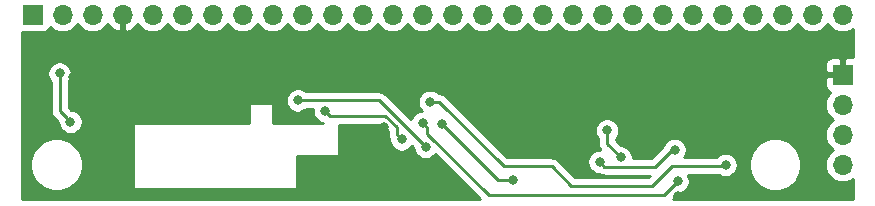
<source format=gbl>
G04 #@! TF.GenerationSoftware,KiCad,Pcbnew,5.1.2-f72e74a~84~ubuntu18.04.1*
G04 #@! TF.CreationDate,2019-07-20T11:54:10-04:00*
G04 #@! TF.ProjectId,stm32G0_basic,73746d33-3247-4305-9f62-617369632e6b,rev?*
G04 #@! TF.SameCoordinates,Original*
G04 #@! TF.FileFunction,Copper,L2,Bot*
G04 #@! TF.FilePolarity,Positive*
%FSLAX46Y46*%
G04 Gerber Fmt 4.6, Leading zero omitted, Abs format (unit mm)*
G04 Created by KiCad (PCBNEW 5.1.2-f72e74a~84~ubuntu18.04.1) date 2019-07-20 11:54:10*
%MOMM*%
%LPD*%
G04 APERTURE LIST*
%ADD10R,1.700000X1.700000*%
%ADD11O,1.700000X1.700000*%
%ADD12C,0.800000*%
%ADD13C,0.250000*%
%ADD14C,0.254000*%
G04 APERTURE END LIST*
D10*
X101600000Y-101600000D03*
D11*
X104140000Y-101600000D03*
X106680000Y-101600000D03*
X109220000Y-101600000D03*
X111760000Y-101600000D03*
X114300000Y-101600000D03*
X116840000Y-101600000D03*
X119380000Y-101600000D03*
X121920000Y-101600000D03*
X124460000Y-101600000D03*
X127000000Y-101600000D03*
X129540000Y-101600000D03*
X132080000Y-101600000D03*
X134620000Y-101600000D03*
X137160000Y-101600000D03*
X139700000Y-101600000D03*
X142240000Y-101600000D03*
X144780000Y-101600000D03*
X147320000Y-101600000D03*
X149860000Y-101600000D03*
X152400000Y-101600000D03*
X154940000Y-101600000D03*
X157480000Y-101600000D03*
X160020000Y-101600000D03*
X162560000Y-101600000D03*
X165100000Y-101600000D03*
X167640000Y-101600000D03*
X170180000Y-101600000D03*
D10*
X170180000Y-106680000D03*
D11*
X170180000Y-109220000D03*
X170180000Y-111760000D03*
X170180000Y-114300000D03*
D12*
X150241000Y-111379000D03*
X151384000Y-113665000D03*
X127889000Y-114808000D03*
X127762000Y-116586000D03*
X124587000Y-109982000D03*
X122682000Y-109855000D03*
X129540000Y-115697000D03*
X131318000Y-111125000D03*
X120650000Y-107950000D03*
X133985000Y-104140000D03*
X132715000Y-108585000D03*
X170307000Y-104140000D03*
X168021000Y-106680000D03*
X166878000Y-105537000D03*
X168783000Y-104648000D03*
X145923000Y-112268000D03*
X147701000Y-112395000D03*
X149225000Y-112395000D03*
X111760000Y-106680000D03*
X113030000Y-106680000D03*
X118999000Y-107442000D03*
X117602000Y-107569000D03*
X115783165Y-106768846D03*
X114300000Y-106680000D03*
X130429000Y-116332000D03*
X159512000Y-108204000D03*
X132588000Y-103886000D03*
X133350000Y-103124000D03*
X121539000Y-108712000D03*
X101574600Y-111353600D03*
X105054400Y-106857800D03*
X101549200Y-106959400D03*
X102692200Y-106959400D03*
X108712000Y-112268000D03*
X108712000Y-114300000D03*
X108712000Y-116332000D03*
X107188000Y-112268000D03*
X107188000Y-114300000D03*
X107188000Y-116332000D03*
X101092000Y-113284000D03*
X101092000Y-115824000D03*
X102616000Y-116840000D03*
X105156000Y-116840000D03*
X104140000Y-111760000D03*
X110998000Y-105156000D03*
X102870000Y-103632000D03*
X151638000Y-110236000D03*
X153670000Y-110236000D03*
X153670000Y-111506000D03*
X151638000Y-111506000D03*
X153670000Y-112776000D03*
X152400000Y-112776000D03*
X157480000Y-113030000D03*
X170180000Y-116840000D03*
X168402000Y-116840000D03*
X166878000Y-116840000D03*
X168402000Y-115316000D03*
X166878000Y-115316000D03*
X164592000Y-116840000D03*
X163068000Y-116840000D03*
X161544000Y-116840000D03*
X162052000Y-115316000D03*
X160782000Y-115570000D03*
X161290000Y-112776000D03*
X162560000Y-111506000D03*
X164084000Y-110490000D03*
X165862000Y-110490000D03*
X167132000Y-111760000D03*
X168402000Y-112776000D03*
X165608000Y-106680000D03*
X168148000Y-107950000D03*
X108204000Y-106934000D03*
X156210000Y-116967000D03*
X103891400Y-106558384D03*
X104813101Y-110655101D03*
X134620000Y-110744000D03*
X156210000Y-115697000D03*
X136271000Y-110871000D03*
X142240000Y-115570000D03*
X149606000Y-114046000D03*
X155956000Y-113030000D03*
X126365000Y-109728000D03*
X132842000Y-112141000D03*
X124079000Y-108839000D03*
X134874000Y-112776000D03*
X135255000Y-108966000D03*
X160274000Y-114300000D03*
D13*
X150241000Y-111379000D02*
X150241000Y-112522000D01*
X150241000Y-112522000D02*
X151384000Y-113665000D01*
X103891400Y-109733400D02*
X104413102Y-110255102D01*
X104413102Y-110255102D02*
X104813101Y-110655101D01*
X103891400Y-106558384D02*
X103891400Y-109733400D01*
X134620000Y-110744000D02*
X135019999Y-111143999D01*
X135019999Y-111651999D02*
X140208000Y-116840000D01*
X135019999Y-111143999D02*
X135019999Y-111651999D01*
X140208000Y-116840000D02*
X155067000Y-116840000D01*
X155067000Y-116840000D02*
X156210000Y-115697000D01*
X136271000Y-110871000D02*
X137668006Y-112268006D01*
X142240000Y-115570000D02*
X140970000Y-115570000D01*
X140970000Y-115570000D02*
X137668006Y-112268006D01*
X150005999Y-114445999D02*
X154286001Y-114445999D01*
X149606000Y-114046000D02*
X150005999Y-114445999D01*
X154286001Y-114445999D02*
X155702000Y-113030000D01*
X155702000Y-113030000D02*
X155956000Y-113030000D01*
X132461000Y-111760000D02*
X132842000Y-112141000D01*
X132461000Y-111125000D02*
X132461000Y-111760000D01*
X131463999Y-110127999D02*
X132461000Y-111125000D01*
X126365000Y-109728000D02*
X126764999Y-110127999D01*
X126764999Y-110127999D02*
X131463999Y-110127999D01*
X124079000Y-108839000D02*
X124644685Y-108839000D01*
X124644685Y-108839000D02*
X130937000Y-108839000D01*
X130937000Y-108839000D02*
X134874000Y-112776000D01*
X155702000Y-114427000D02*
X159131000Y-114427000D01*
X136017000Y-108966000D02*
X141478000Y-114427000D01*
X135255000Y-108966000D02*
X136017000Y-108966000D01*
X145542000Y-114427000D02*
X147193000Y-116078000D01*
X141478000Y-114427000D02*
X145542000Y-114427000D01*
X154051000Y-116078000D02*
X155702000Y-114427000D01*
X147193000Y-116078000D02*
X154051000Y-116078000D01*
X159131000Y-114427000D02*
X160147000Y-114427000D01*
X160147000Y-114427000D02*
X160274000Y-114300000D01*
D14*
G36*
X109347000Y-101473000D02*
G01*
X109367000Y-101473000D01*
X109367000Y-101727000D01*
X109347000Y-101727000D01*
X109347000Y-102920155D01*
X109576890Y-103041476D01*
X109724099Y-102996825D01*
X109986920Y-102871641D01*
X110220269Y-102697588D01*
X110415178Y-102481355D01*
X110484799Y-102364477D01*
X110519294Y-102429014D01*
X110704866Y-102655134D01*
X110930986Y-102840706D01*
X111188966Y-102978599D01*
X111468889Y-103063513D01*
X111687050Y-103085000D01*
X111832950Y-103085000D01*
X112051111Y-103063513D01*
X112331034Y-102978599D01*
X112589014Y-102840706D01*
X112815134Y-102655134D01*
X113000706Y-102429014D01*
X113030000Y-102374209D01*
X113059294Y-102429014D01*
X113244866Y-102655134D01*
X113470986Y-102840706D01*
X113728966Y-102978599D01*
X114008889Y-103063513D01*
X114227050Y-103085000D01*
X114372950Y-103085000D01*
X114591111Y-103063513D01*
X114871034Y-102978599D01*
X115129014Y-102840706D01*
X115355134Y-102655134D01*
X115540706Y-102429014D01*
X115570000Y-102374209D01*
X115599294Y-102429014D01*
X115784866Y-102655134D01*
X116010986Y-102840706D01*
X116268966Y-102978599D01*
X116548889Y-103063513D01*
X116767050Y-103085000D01*
X116912950Y-103085000D01*
X117131111Y-103063513D01*
X117411034Y-102978599D01*
X117669014Y-102840706D01*
X117895134Y-102655134D01*
X118080706Y-102429014D01*
X118110000Y-102374209D01*
X118139294Y-102429014D01*
X118324866Y-102655134D01*
X118550986Y-102840706D01*
X118808966Y-102978599D01*
X119088889Y-103063513D01*
X119307050Y-103085000D01*
X119452950Y-103085000D01*
X119671111Y-103063513D01*
X119951034Y-102978599D01*
X120209014Y-102840706D01*
X120435134Y-102655134D01*
X120620706Y-102429014D01*
X120650000Y-102374209D01*
X120679294Y-102429014D01*
X120864866Y-102655134D01*
X121090986Y-102840706D01*
X121348966Y-102978599D01*
X121628889Y-103063513D01*
X121847050Y-103085000D01*
X121992950Y-103085000D01*
X122211111Y-103063513D01*
X122491034Y-102978599D01*
X122749014Y-102840706D01*
X122975134Y-102655134D01*
X123160706Y-102429014D01*
X123190000Y-102374209D01*
X123219294Y-102429014D01*
X123404866Y-102655134D01*
X123630986Y-102840706D01*
X123888966Y-102978599D01*
X124168889Y-103063513D01*
X124387050Y-103085000D01*
X124532950Y-103085000D01*
X124751111Y-103063513D01*
X125031034Y-102978599D01*
X125289014Y-102840706D01*
X125515134Y-102655134D01*
X125700706Y-102429014D01*
X125730000Y-102374209D01*
X125759294Y-102429014D01*
X125944866Y-102655134D01*
X126170986Y-102840706D01*
X126428966Y-102978599D01*
X126708889Y-103063513D01*
X126927050Y-103085000D01*
X127072950Y-103085000D01*
X127291111Y-103063513D01*
X127571034Y-102978599D01*
X127829014Y-102840706D01*
X128055134Y-102655134D01*
X128240706Y-102429014D01*
X128270000Y-102374209D01*
X128299294Y-102429014D01*
X128484866Y-102655134D01*
X128710986Y-102840706D01*
X128968966Y-102978599D01*
X129248889Y-103063513D01*
X129467050Y-103085000D01*
X129612950Y-103085000D01*
X129831111Y-103063513D01*
X130111034Y-102978599D01*
X130369014Y-102840706D01*
X130595134Y-102655134D01*
X130780706Y-102429014D01*
X130810000Y-102374209D01*
X130839294Y-102429014D01*
X131024866Y-102655134D01*
X131250986Y-102840706D01*
X131508966Y-102978599D01*
X131788889Y-103063513D01*
X132007050Y-103085000D01*
X132152950Y-103085000D01*
X132371111Y-103063513D01*
X132651034Y-102978599D01*
X132909014Y-102840706D01*
X133135134Y-102655134D01*
X133320706Y-102429014D01*
X133350000Y-102374209D01*
X133379294Y-102429014D01*
X133564866Y-102655134D01*
X133790986Y-102840706D01*
X134048966Y-102978599D01*
X134328889Y-103063513D01*
X134547050Y-103085000D01*
X134692950Y-103085000D01*
X134911111Y-103063513D01*
X135191034Y-102978599D01*
X135449014Y-102840706D01*
X135675134Y-102655134D01*
X135860706Y-102429014D01*
X135890000Y-102374209D01*
X135919294Y-102429014D01*
X136104866Y-102655134D01*
X136330986Y-102840706D01*
X136588966Y-102978599D01*
X136868889Y-103063513D01*
X137087050Y-103085000D01*
X137232950Y-103085000D01*
X137451111Y-103063513D01*
X137731034Y-102978599D01*
X137989014Y-102840706D01*
X138215134Y-102655134D01*
X138400706Y-102429014D01*
X138430000Y-102374209D01*
X138459294Y-102429014D01*
X138644866Y-102655134D01*
X138870986Y-102840706D01*
X139128966Y-102978599D01*
X139408889Y-103063513D01*
X139627050Y-103085000D01*
X139772950Y-103085000D01*
X139991111Y-103063513D01*
X140271034Y-102978599D01*
X140529014Y-102840706D01*
X140755134Y-102655134D01*
X140940706Y-102429014D01*
X140970000Y-102374209D01*
X140999294Y-102429014D01*
X141184866Y-102655134D01*
X141410986Y-102840706D01*
X141668966Y-102978599D01*
X141948889Y-103063513D01*
X142167050Y-103085000D01*
X142312950Y-103085000D01*
X142531111Y-103063513D01*
X142811034Y-102978599D01*
X143069014Y-102840706D01*
X143295134Y-102655134D01*
X143480706Y-102429014D01*
X143510000Y-102374209D01*
X143539294Y-102429014D01*
X143724866Y-102655134D01*
X143950986Y-102840706D01*
X144208966Y-102978599D01*
X144488889Y-103063513D01*
X144707050Y-103085000D01*
X144852950Y-103085000D01*
X145071111Y-103063513D01*
X145351034Y-102978599D01*
X145609014Y-102840706D01*
X145835134Y-102655134D01*
X146020706Y-102429014D01*
X146050000Y-102374209D01*
X146079294Y-102429014D01*
X146264866Y-102655134D01*
X146490986Y-102840706D01*
X146748966Y-102978599D01*
X147028889Y-103063513D01*
X147247050Y-103085000D01*
X147392950Y-103085000D01*
X147611111Y-103063513D01*
X147891034Y-102978599D01*
X148149014Y-102840706D01*
X148375134Y-102655134D01*
X148560706Y-102429014D01*
X148590000Y-102374209D01*
X148619294Y-102429014D01*
X148804866Y-102655134D01*
X149030986Y-102840706D01*
X149288966Y-102978599D01*
X149568889Y-103063513D01*
X149787050Y-103085000D01*
X149932950Y-103085000D01*
X150151111Y-103063513D01*
X150431034Y-102978599D01*
X150689014Y-102840706D01*
X150915134Y-102655134D01*
X151100706Y-102429014D01*
X151130000Y-102374209D01*
X151159294Y-102429014D01*
X151344866Y-102655134D01*
X151570986Y-102840706D01*
X151828966Y-102978599D01*
X152108889Y-103063513D01*
X152327050Y-103085000D01*
X152472950Y-103085000D01*
X152691111Y-103063513D01*
X152971034Y-102978599D01*
X153229014Y-102840706D01*
X153455134Y-102655134D01*
X153640706Y-102429014D01*
X153670000Y-102374209D01*
X153699294Y-102429014D01*
X153884866Y-102655134D01*
X154110986Y-102840706D01*
X154368966Y-102978599D01*
X154648889Y-103063513D01*
X154867050Y-103085000D01*
X155012950Y-103085000D01*
X155231111Y-103063513D01*
X155511034Y-102978599D01*
X155769014Y-102840706D01*
X155995134Y-102655134D01*
X156180706Y-102429014D01*
X156210000Y-102374209D01*
X156239294Y-102429014D01*
X156424866Y-102655134D01*
X156650986Y-102840706D01*
X156908966Y-102978599D01*
X157188889Y-103063513D01*
X157407050Y-103085000D01*
X157552950Y-103085000D01*
X157771111Y-103063513D01*
X158051034Y-102978599D01*
X158309014Y-102840706D01*
X158535134Y-102655134D01*
X158720706Y-102429014D01*
X158750000Y-102374209D01*
X158779294Y-102429014D01*
X158964866Y-102655134D01*
X159190986Y-102840706D01*
X159448966Y-102978599D01*
X159728889Y-103063513D01*
X159947050Y-103085000D01*
X160092950Y-103085000D01*
X160311111Y-103063513D01*
X160591034Y-102978599D01*
X160849014Y-102840706D01*
X161075134Y-102655134D01*
X161260706Y-102429014D01*
X161290000Y-102374209D01*
X161319294Y-102429014D01*
X161504866Y-102655134D01*
X161730986Y-102840706D01*
X161988966Y-102978599D01*
X162268889Y-103063513D01*
X162487050Y-103085000D01*
X162632950Y-103085000D01*
X162851111Y-103063513D01*
X163131034Y-102978599D01*
X163389014Y-102840706D01*
X163615134Y-102655134D01*
X163800706Y-102429014D01*
X163830000Y-102374209D01*
X163859294Y-102429014D01*
X164044866Y-102655134D01*
X164270986Y-102840706D01*
X164528966Y-102978599D01*
X164808889Y-103063513D01*
X165027050Y-103085000D01*
X165172950Y-103085000D01*
X165391111Y-103063513D01*
X165671034Y-102978599D01*
X165929014Y-102840706D01*
X166155134Y-102655134D01*
X166340706Y-102429014D01*
X166370000Y-102374209D01*
X166399294Y-102429014D01*
X166584866Y-102655134D01*
X166810986Y-102840706D01*
X167068966Y-102978599D01*
X167348889Y-103063513D01*
X167567050Y-103085000D01*
X167712950Y-103085000D01*
X167931111Y-103063513D01*
X168211034Y-102978599D01*
X168469014Y-102840706D01*
X168695134Y-102655134D01*
X168880706Y-102429014D01*
X168910000Y-102374209D01*
X168939294Y-102429014D01*
X169124866Y-102655134D01*
X169350986Y-102840706D01*
X169608966Y-102978599D01*
X169888889Y-103063513D01*
X170107050Y-103085000D01*
X170252950Y-103085000D01*
X170471111Y-103063513D01*
X170751034Y-102978599D01*
X171009014Y-102840706D01*
X171044000Y-102811994D01*
X171044000Y-105193307D01*
X171030000Y-105191928D01*
X170465750Y-105195000D01*
X170307000Y-105353750D01*
X170307000Y-106553000D01*
X170327000Y-106553000D01*
X170327000Y-106807000D01*
X170307000Y-106807000D01*
X170307000Y-106827000D01*
X170053000Y-106827000D01*
X170053000Y-106807000D01*
X168853750Y-106807000D01*
X168695000Y-106965750D01*
X168691928Y-107530000D01*
X168704188Y-107654482D01*
X168740498Y-107774180D01*
X168799463Y-107884494D01*
X168878815Y-107981185D01*
X168975506Y-108060537D01*
X169085820Y-108119502D01*
X169154687Y-108140393D01*
X169124866Y-108164866D01*
X168939294Y-108390986D01*
X168801401Y-108648966D01*
X168716487Y-108928889D01*
X168687815Y-109220000D01*
X168716487Y-109511111D01*
X168801401Y-109791034D01*
X168939294Y-110049014D01*
X169124866Y-110275134D01*
X169350986Y-110460706D01*
X169405791Y-110490000D01*
X169350986Y-110519294D01*
X169124866Y-110704866D01*
X168939294Y-110930986D01*
X168801401Y-111188966D01*
X168716487Y-111468889D01*
X168687815Y-111760000D01*
X168716487Y-112051111D01*
X168801401Y-112331034D01*
X168939294Y-112589014D01*
X169124866Y-112815134D01*
X169350986Y-113000706D01*
X169405791Y-113030000D01*
X169350986Y-113059294D01*
X169124866Y-113244866D01*
X168939294Y-113470986D01*
X168801401Y-113728966D01*
X168716487Y-114008889D01*
X168687815Y-114300000D01*
X168716487Y-114591111D01*
X168801401Y-114871034D01*
X168939294Y-115129014D01*
X169124866Y-115355134D01*
X169350986Y-115540706D01*
X169608966Y-115678599D01*
X169888889Y-115763513D01*
X170107050Y-115785000D01*
X170252950Y-115785000D01*
X170471111Y-115763513D01*
X170751034Y-115678599D01*
X171009014Y-115540706D01*
X171044001Y-115511993D01*
X171044001Y-117196000D01*
X155785801Y-117196000D01*
X156249802Y-116732000D01*
X156311939Y-116732000D01*
X156511898Y-116692226D01*
X156700256Y-116614205D01*
X156869774Y-116500937D01*
X157013937Y-116356774D01*
X157127205Y-116187256D01*
X157205226Y-115998898D01*
X157245000Y-115798939D01*
X157245000Y-115595061D01*
X157205226Y-115395102D01*
X157127205Y-115206744D01*
X157114013Y-115187000D01*
X159738539Y-115187000D01*
X159783744Y-115217205D01*
X159972102Y-115295226D01*
X160172061Y-115335000D01*
X160375939Y-115335000D01*
X160575898Y-115295226D01*
X160764256Y-115217205D01*
X160933774Y-115103937D01*
X161077937Y-114959774D01*
X161191205Y-114790256D01*
X161269226Y-114601898D01*
X161309000Y-114401939D01*
X161309000Y-114198061D01*
X161285491Y-114079872D01*
X162230000Y-114079872D01*
X162230000Y-114520128D01*
X162315890Y-114951925D01*
X162484369Y-115358669D01*
X162728962Y-115724729D01*
X163040271Y-116036038D01*
X163406331Y-116280631D01*
X163813075Y-116449110D01*
X164244872Y-116535000D01*
X164685128Y-116535000D01*
X165116925Y-116449110D01*
X165523669Y-116280631D01*
X165889729Y-116036038D01*
X166201038Y-115724729D01*
X166445631Y-115358669D01*
X166614110Y-114951925D01*
X166700000Y-114520128D01*
X166700000Y-114079872D01*
X166614110Y-113648075D01*
X166445631Y-113241331D01*
X166201038Y-112875271D01*
X165889729Y-112563962D01*
X165523669Y-112319369D01*
X165116925Y-112150890D01*
X164685128Y-112065000D01*
X164244872Y-112065000D01*
X163813075Y-112150890D01*
X163406331Y-112319369D01*
X163040271Y-112563962D01*
X162728962Y-112875271D01*
X162484369Y-113241331D01*
X162315890Y-113648075D01*
X162230000Y-114079872D01*
X161285491Y-114079872D01*
X161269226Y-113998102D01*
X161191205Y-113809744D01*
X161077937Y-113640226D01*
X160933774Y-113496063D01*
X160764256Y-113382795D01*
X160575898Y-113304774D01*
X160375939Y-113265000D01*
X160172061Y-113265000D01*
X159972102Y-113304774D01*
X159783744Y-113382795D01*
X159614226Y-113496063D01*
X159470063Y-113640226D01*
X159452173Y-113667000D01*
X156775154Y-113667000D01*
X156873205Y-113520256D01*
X156951226Y-113331898D01*
X156991000Y-113131939D01*
X156991000Y-112928061D01*
X156951226Y-112728102D01*
X156873205Y-112539744D01*
X156759937Y-112370226D01*
X156615774Y-112226063D01*
X156446256Y-112112795D01*
X156257898Y-112034774D01*
X156057939Y-111995000D01*
X155854061Y-111995000D01*
X155654102Y-112034774D01*
X155465744Y-112112795D01*
X155296226Y-112226063D01*
X155152063Y-112370226D01*
X155038795Y-112539744D01*
X154983174Y-112674024D01*
X153971200Y-113685999D01*
X152419000Y-113685999D01*
X152419000Y-113563061D01*
X152379226Y-113363102D01*
X152301205Y-113174744D01*
X152187937Y-113005226D01*
X152043774Y-112861063D01*
X151874256Y-112747795D01*
X151685898Y-112669774D01*
X151485939Y-112630000D01*
X151423802Y-112630000D01*
X151001000Y-112207199D01*
X151001000Y-112082711D01*
X151044937Y-112038774D01*
X151158205Y-111869256D01*
X151236226Y-111680898D01*
X151276000Y-111480939D01*
X151276000Y-111277061D01*
X151236226Y-111077102D01*
X151158205Y-110888744D01*
X151044937Y-110719226D01*
X150900774Y-110575063D01*
X150731256Y-110461795D01*
X150542898Y-110383774D01*
X150342939Y-110344000D01*
X150139061Y-110344000D01*
X149939102Y-110383774D01*
X149750744Y-110461795D01*
X149581226Y-110575063D01*
X149437063Y-110719226D01*
X149323795Y-110888744D01*
X149245774Y-111077102D01*
X149206000Y-111277061D01*
X149206000Y-111480939D01*
X149245774Y-111680898D01*
X149323795Y-111869256D01*
X149437063Y-112038774D01*
X149481001Y-112082712D01*
X149481001Y-112484668D01*
X149477324Y-112522000D01*
X149491998Y-112670985D01*
X149535454Y-112814246D01*
X149606026Y-112946276D01*
X149659144Y-113011000D01*
X149504061Y-113011000D01*
X149304102Y-113050774D01*
X149115744Y-113128795D01*
X148946226Y-113242063D01*
X148802063Y-113386226D01*
X148688795Y-113555744D01*
X148610774Y-113744102D01*
X148571000Y-113944061D01*
X148571000Y-114147939D01*
X148610774Y-114347898D01*
X148688795Y-114536256D01*
X148802063Y-114705774D01*
X148946226Y-114849937D01*
X149115744Y-114963205D01*
X149304102Y-115041226D01*
X149504061Y-115081000D01*
X149581774Y-115081000D01*
X149713752Y-115151545D01*
X149857013Y-115195002D01*
X149968666Y-115205999D01*
X149968676Y-115205999D01*
X150005998Y-115209675D01*
X150043321Y-115205999D01*
X153848200Y-115205999D01*
X153736199Y-115318000D01*
X147507802Y-115318000D01*
X146105804Y-113916003D01*
X146082001Y-113886999D01*
X145966276Y-113792026D01*
X145834247Y-113721454D01*
X145690986Y-113677997D01*
X145579333Y-113667000D01*
X145579322Y-113667000D01*
X145542000Y-113663324D01*
X145504678Y-113667000D01*
X141792802Y-113667000D01*
X136580804Y-108455003D01*
X136557001Y-108425999D01*
X136441276Y-108331026D01*
X136309247Y-108260454D01*
X136165986Y-108216997D01*
X136054333Y-108206000D01*
X136054322Y-108206000D01*
X136017000Y-108202324D01*
X135979678Y-108206000D01*
X135958711Y-108206000D01*
X135914774Y-108162063D01*
X135745256Y-108048795D01*
X135556898Y-107970774D01*
X135356939Y-107931000D01*
X135153061Y-107931000D01*
X134953102Y-107970774D01*
X134764744Y-108048795D01*
X134595226Y-108162063D01*
X134451063Y-108306226D01*
X134337795Y-108475744D01*
X134259774Y-108664102D01*
X134220000Y-108864061D01*
X134220000Y-109067939D01*
X134259774Y-109267898D01*
X134337795Y-109456256D01*
X134451063Y-109625774D01*
X134534289Y-109709000D01*
X134518061Y-109709000D01*
X134318102Y-109748774D01*
X134129744Y-109826795D01*
X133960226Y-109940063D01*
X133816063Y-110084226D01*
X133702795Y-110253744D01*
X133624774Y-110442102D01*
X133623136Y-110450335D01*
X131500804Y-108328003D01*
X131477001Y-108298999D01*
X131361276Y-108204026D01*
X131229247Y-108133454D01*
X131085986Y-108089997D01*
X130974333Y-108079000D01*
X130974322Y-108079000D01*
X130937000Y-108075324D01*
X130899678Y-108079000D01*
X124782711Y-108079000D01*
X124738774Y-108035063D01*
X124569256Y-107921795D01*
X124380898Y-107843774D01*
X124180939Y-107804000D01*
X123977061Y-107804000D01*
X123777102Y-107843774D01*
X123588744Y-107921795D01*
X123419226Y-108035063D01*
X123275063Y-108179226D01*
X123161795Y-108348744D01*
X123083774Y-108537102D01*
X123044000Y-108737061D01*
X123044000Y-108940939D01*
X123083774Y-109140898D01*
X123161795Y-109329256D01*
X123275063Y-109498774D01*
X123419226Y-109642937D01*
X123588744Y-109756205D01*
X123777102Y-109834226D01*
X123977061Y-109874000D01*
X124180939Y-109874000D01*
X124380898Y-109834226D01*
X124569256Y-109756205D01*
X124738774Y-109642937D01*
X124782711Y-109599000D01*
X125335383Y-109599000D01*
X125330000Y-109626061D01*
X125330000Y-109829939D01*
X125369774Y-110029898D01*
X125447795Y-110218256D01*
X125561063Y-110387774D01*
X125705226Y-110531937D01*
X125874744Y-110645205D01*
X126063102Y-110723226D01*
X126167541Y-110744000D01*
X123952000Y-110744000D01*
X123927224Y-110746440D01*
X123903399Y-110753667D01*
X123888500Y-110761631D01*
X123873601Y-110753667D01*
X123849776Y-110746440D01*
X123825000Y-110744000D01*
X121920000Y-110744000D01*
X121920000Y-109220000D01*
X121917560Y-109195224D01*
X121910333Y-109171399D01*
X121898597Y-109149443D01*
X121882803Y-109130197D01*
X121863557Y-109114403D01*
X121841601Y-109102667D01*
X121817776Y-109095440D01*
X121793000Y-109093000D01*
X120015000Y-109093000D01*
X119990224Y-109095440D01*
X119966399Y-109102667D01*
X119944443Y-109114403D01*
X119925197Y-109130197D01*
X119909403Y-109149443D01*
X119897667Y-109171399D01*
X119890440Y-109195224D01*
X119888000Y-109220000D01*
X119888000Y-110744000D01*
X110236000Y-110744000D01*
X110211224Y-110746440D01*
X110187399Y-110753667D01*
X110165443Y-110765403D01*
X110146197Y-110781197D01*
X110130403Y-110800443D01*
X110118667Y-110822399D01*
X110111440Y-110846224D01*
X110109000Y-110871000D01*
X110109000Y-116205000D01*
X110111440Y-116229776D01*
X110118667Y-116253601D01*
X110130403Y-116275557D01*
X110146197Y-116294803D01*
X110165443Y-116310597D01*
X110187399Y-116322333D01*
X110211224Y-116329560D01*
X110236000Y-116332000D01*
X123825000Y-116332000D01*
X123849776Y-116329560D01*
X123873601Y-116322333D01*
X123895557Y-116310597D01*
X123914803Y-116294803D01*
X123930597Y-116275557D01*
X123942333Y-116253601D01*
X123949560Y-116229776D01*
X123952000Y-116205000D01*
X123952000Y-113538000D01*
X127381000Y-113538000D01*
X127405776Y-113535560D01*
X127429601Y-113528333D01*
X127451557Y-113516597D01*
X127470803Y-113500803D01*
X127486597Y-113481557D01*
X127498333Y-113459601D01*
X127505560Y-113435776D01*
X127508000Y-113411000D01*
X127508000Y-110887999D01*
X131149198Y-110887999D01*
X131701000Y-111439802D01*
X131701000Y-111722678D01*
X131697324Y-111760000D01*
X131701000Y-111797322D01*
X131701000Y-111797333D01*
X131711997Y-111908986D01*
X131755454Y-112052247D01*
X131762271Y-112065000D01*
X131807000Y-112148681D01*
X131807000Y-112242939D01*
X131846774Y-112442898D01*
X131924795Y-112631256D01*
X132038063Y-112800774D01*
X132182226Y-112944937D01*
X132351744Y-113058205D01*
X132540102Y-113136226D01*
X132740061Y-113176000D01*
X132943939Y-113176000D01*
X133143898Y-113136226D01*
X133332256Y-113058205D01*
X133501774Y-112944937D01*
X133645937Y-112800774D01*
X133717248Y-112694050D01*
X133839000Y-112815802D01*
X133839000Y-112877939D01*
X133878774Y-113077898D01*
X133956795Y-113266256D01*
X134070063Y-113435774D01*
X134214226Y-113579937D01*
X134383744Y-113693205D01*
X134572102Y-113771226D01*
X134772061Y-113811000D01*
X134975939Y-113811000D01*
X135175898Y-113771226D01*
X135364256Y-113693205D01*
X135533774Y-113579937D01*
X135677937Y-113435774D01*
X135698379Y-113405180D01*
X139489197Y-117196000D01*
X100736000Y-117196000D01*
X100736000Y-114079872D01*
X101397000Y-114079872D01*
X101397000Y-114520128D01*
X101482890Y-114951925D01*
X101651369Y-115358669D01*
X101895962Y-115724729D01*
X102207271Y-116036038D01*
X102573331Y-116280631D01*
X102980075Y-116449110D01*
X103411872Y-116535000D01*
X103852128Y-116535000D01*
X104283925Y-116449110D01*
X104690669Y-116280631D01*
X105056729Y-116036038D01*
X105368038Y-115724729D01*
X105612631Y-115358669D01*
X105781110Y-114951925D01*
X105867000Y-114520128D01*
X105867000Y-114079872D01*
X105781110Y-113648075D01*
X105612631Y-113241331D01*
X105368038Y-112875271D01*
X105056729Y-112563962D01*
X104690669Y-112319369D01*
X104283925Y-112150890D01*
X103852128Y-112065000D01*
X103411872Y-112065000D01*
X102980075Y-112150890D01*
X102573331Y-112319369D01*
X102207271Y-112563962D01*
X101895962Y-112875271D01*
X101651369Y-113241331D01*
X101482890Y-113648075D01*
X101397000Y-114079872D01*
X100736000Y-114079872D01*
X100736000Y-106456445D01*
X102856400Y-106456445D01*
X102856400Y-106660323D01*
X102896174Y-106860282D01*
X102974195Y-107048640D01*
X103087463Y-107218158D01*
X103131400Y-107262095D01*
X103131401Y-109696068D01*
X103127724Y-109733400D01*
X103131401Y-109770733D01*
X103142398Y-109882386D01*
X103155580Y-109925842D01*
X103185854Y-110025646D01*
X103256426Y-110157676D01*
X103316459Y-110230825D01*
X103351400Y-110273401D01*
X103380398Y-110297199D01*
X103778101Y-110694903D01*
X103778101Y-110757040D01*
X103817875Y-110956999D01*
X103895896Y-111145357D01*
X104009164Y-111314875D01*
X104153327Y-111459038D01*
X104322845Y-111572306D01*
X104511203Y-111650327D01*
X104711162Y-111690101D01*
X104915040Y-111690101D01*
X105114999Y-111650327D01*
X105303357Y-111572306D01*
X105472875Y-111459038D01*
X105617038Y-111314875D01*
X105730306Y-111145357D01*
X105808327Y-110956999D01*
X105848101Y-110757040D01*
X105848101Y-110553162D01*
X105808327Y-110353203D01*
X105730306Y-110164845D01*
X105617038Y-109995327D01*
X105472875Y-109851164D01*
X105303357Y-109737896D01*
X105114999Y-109659875D01*
X104915040Y-109620101D01*
X104852903Y-109620101D01*
X104651400Y-109418599D01*
X104651400Y-107262095D01*
X104695337Y-107218158D01*
X104808605Y-107048640D01*
X104886626Y-106860282D01*
X104926400Y-106660323D01*
X104926400Y-106456445D01*
X104886626Y-106256486D01*
X104808605Y-106068128D01*
X104695337Y-105898610D01*
X104626727Y-105830000D01*
X168691928Y-105830000D01*
X168695000Y-106394250D01*
X168853750Y-106553000D01*
X170053000Y-106553000D01*
X170053000Y-105353750D01*
X169894250Y-105195000D01*
X169330000Y-105191928D01*
X169205518Y-105204188D01*
X169085820Y-105240498D01*
X168975506Y-105299463D01*
X168878815Y-105378815D01*
X168799463Y-105475506D01*
X168740498Y-105585820D01*
X168704188Y-105705518D01*
X168691928Y-105830000D01*
X104626727Y-105830000D01*
X104551174Y-105754447D01*
X104381656Y-105641179D01*
X104193298Y-105563158D01*
X103993339Y-105523384D01*
X103789461Y-105523384D01*
X103589502Y-105563158D01*
X103401144Y-105641179D01*
X103231626Y-105754447D01*
X103087463Y-105898610D01*
X102974195Y-106068128D01*
X102896174Y-106256486D01*
X102856400Y-106456445D01*
X100736000Y-106456445D01*
X100736000Y-103086693D01*
X100750000Y-103088072D01*
X102450000Y-103088072D01*
X102574482Y-103075812D01*
X102694180Y-103039502D01*
X102804494Y-102980537D01*
X102901185Y-102901185D01*
X102980537Y-102804494D01*
X103039502Y-102694180D01*
X103060393Y-102625313D01*
X103084866Y-102655134D01*
X103310986Y-102840706D01*
X103568966Y-102978599D01*
X103848889Y-103063513D01*
X104067050Y-103085000D01*
X104212950Y-103085000D01*
X104431111Y-103063513D01*
X104711034Y-102978599D01*
X104969014Y-102840706D01*
X105195134Y-102655134D01*
X105380706Y-102429014D01*
X105410000Y-102374209D01*
X105439294Y-102429014D01*
X105624866Y-102655134D01*
X105850986Y-102840706D01*
X106108966Y-102978599D01*
X106388889Y-103063513D01*
X106607050Y-103085000D01*
X106752950Y-103085000D01*
X106971111Y-103063513D01*
X107251034Y-102978599D01*
X107509014Y-102840706D01*
X107735134Y-102655134D01*
X107920706Y-102429014D01*
X107955201Y-102364477D01*
X108024822Y-102481355D01*
X108219731Y-102697588D01*
X108453080Y-102871641D01*
X108715901Y-102996825D01*
X108863110Y-103041476D01*
X109093000Y-102920155D01*
X109093000Y-101727000D01*
X109073000Y-101727000D01*
X109073000Y-101473000D01*
X109093000Y-101473000D01*
X109093000Y-101453000D01*
X109347000Y-101453000D01*
X109347000Y-101473000D01*
X109347000Y-101473000D01*
G37*
X109347000Y-101473000D02*
X109367000Y-101473000D01*
X109367000Y-101727000D01*
X109347000Y-101727000D01*
X109347000Y-102920155D01*
X109576890Y-103041476D01*
X109724099Y-102996825D01*
X109986920Y-102871641D01*
X110220269Y-102697588D01*
X110415178Y-102481355D01*
X110484799Y-102364477D01*
X110519294Y-102429014D01*
X110704866Y-102655134D01*
X110930986Y-102840706D01*
X111188966Y-102978599D01*
X111468889Y-103063513D01*
X111687050Y-103085000D01*
X111832950Y-103085000D01*
X112051111Y-103063513D01*
X112331034Y-102978599D01*
X112589014Y-102840706D01*
X112815134Y-102655134D01*
X113000706Y-102429014D01*
X113030000Y-102374209D01*
X113059294Y-102429014D01*
X113244866Y-102655134D01*
X113470986Y-102840706D01*
X113728966Y-102978599D01*
X114008889Y-103063513D01*
X114227050Y-103085000D01*
X114372950Y-103085000D01*
X114591111Y-103063513D01*
X114871034Y-102978599D01*
X115129014Y-102840706D01*
X115355134Y-102655134D01*
X115540706Y-102429014D01*
X115570000Y-102374209D01*
X115599294Y-102429014D01*
X115784866Y-102655134D01*
X116010986Y-102840706D01*
X116268966Y-102978599D01*
X116548889Y-103063513D01*
X116767050Y-103085000D01*
X116912950Y-103085000D01*
X117131111Y-103063513D01*
X117411034Y-102978599D01*
X117669014Y-102840706D01*
X117895134Y-102655134D01*
X118080706Y-102429014D01*
X118110000Y-102374209D01*
X118139294Y-102429014D01*
X118324866Y-102655134D01*
X118550986Y-102840706D01*
X118808966Y-102978599D01*
X119088889Y-103063513D01*
X119307050Y-103085000D01*
X119452950Y-103085000D01*
X119671111Y-103063513D01*
X119951034Y-102978599D01*
X120209014Y-102840706D01*
X120435134Y-102655134D01*
X120620706Y-102429014D01*
X120650000Y-102374209D01*
X120679294Y-102429014D01*
X120864866Y-102655134D01*
X121090986Y-102840706D01*
X121348966Y-102978599D01*
X121628889Y-103063513D01*
X121847050Y-103085000D01*
X121992950Y-103085000D01*
X122211111Y-103063513D01*
X122491034Y-102978599D01*
X122749014Y-102840706D01*
X122975134Y-102655134D01*
X123160706Y-102429014D01*
X123190000Y-102374209D01*
X123219294Y-102429014D01*
X123404866Y-102655134D01*
X123630986Y-102840706D01*
X123888966Y-102978599D01*
X124168889Y-103063513D01*
X124387050Y-103085000D01*
X124532950Y-103085000D01*
X124751111Y-103063513D01*
X125031034Y-102978599D01*
X125289014Y-102840706D01*
X125515134Y-102655134D01*
X125700706Y-102429014D01*
X125730000Y-102374209D01*
X125759294Y-102429014D01*
X125944866Y-102655134D01*
X126170986Y-102840706D01*
X126428966Y-102978599D01*
X126708889Y-103063513D01*
X126927050Y-103085000D01*
X127072950Y-103085000D01*
X127291111Y-103063513D01*
X127571034Y-102978599D01*
X127829014Y-102840706D01*
X128055134Y-102655134D01*
X128240706Y-102429014D01*
X128270000Y-102374209D01*
X128299294Y-102429014D01*
X128484866Y-102655134D01*
X128710986Y-102840706D01*
X128968966Y-102978599D01*
X129248889Y-103063513D01*
X129467050Y-103085000D01*
X129612950Y-103085000D01*
X129831111Y-103063513D01*
X130111034Y-102978599D01*
X130369014Y-102840706D01*
X130595134Y-102655134D01*
X130780706Y-102429014D01*
X130810000Y-102374209D01*
X130839294Y-102429014D01*
X131024866Y-102655134D01*
X131250986Y-102840706D01*
X131508966Y-102978599D01*
X131788889Y-103063513D01*
X132007050Y-103085000D01*
X132152950Y-103085000D01*
X132371111Y-103063513D01*
X132651034Y-102978599D01*
X132909014Y-102840706D01*
X133135134Y-102655134D01*
X133320706Y-102429014D01*
X133350000Y-102374209D01*
X133379294Y-102429014D01*
X133564866Y-102655134D01*
X133790986Y-102840706D01*
X134048966Y-102978599D01*
X134328889Y-103063513D01*
X134547050Y-103085000D01*
X134692950Y-103085000D01*
X134911111Y-103063513D01*
X135191034Y-102978599D01*
X135449014Y-102840706D01*
X135675134Y-102655134D01*
X135860706Y-102429014D01*
X135890000Y-102374209D01*
X135919294Y-102429014D01*
X136104866Y-102655134D01*
X136330986Y-102840706D01*
X136588966Y-102978599D01*
X136868889Y-103063513D01*
X137087050Y-103085000D01*
X137232950Y-103085000D01*
X137451111Y-103063513D01*
X137731034Y-102978599D01*
X137989014Y-102840706D01*
X138215134Y-102655134D01*
X138400706Y-102429014D01*
X138430000Y-102374209D01*
X138459294Y-102429014D01*
X138644866Y-102655134D01*
X138870986Y-102840706D01*
X139128966Y-102978599D01*
X139408889Y-103063513D01*
X139627050Y-103085000D01*
X139772950Y-103085000D01*
X139991111Y-103063513D01*
X140271034Y-102978599D01*
X140529014Y-102840706D01*
X140755134Y-102655134D01*
X140940706Y-102429014D01*
X140970000Y-102374209D01*
X140999294Y-102429014D01*
X141184866Y-102655134D01*
X141410986Y-102840706D01*
X141668966Y-102978599D01*
X141948889Y-103063513D01*
X142167050Y-103085000D01*
X142312950Y-103085000D01*
X142531111Y-103063513D01*
X142811034Y-102978599D01*
X143069014Y-102840706D01*
X143295134Y-102655134D01*
X143480706Y-102429014D01*
X143510000Y-102374209D01*
X143539294Y-102429014D01*
X143724866Y-102655134D01*
X143950986Y-102840706D01*
X144208966Y-102978599D01*
X144488889Y-103063513D01*
X144707050Y-103085000D01*
X144852950Y-103085000D01*
X145071111Y-103063513D01*
X145351034Y-102978599D01*
X145609014Y-102840706D01*
X145835134Y-102655134D01*
X146020706Y-102429014D01*
X146050000Y-102374209D01*
X146079294Y-102429014D01*
X146264866Y-102655134D01*
X146490986Y-102840706D01*
X146748966Y-102978599D01*
X147028889Y-103063513D01*
X147247050Y-103085000D01*
X147392950Y-103085000D01*
X147611111Y-103063513D01*
X147891034Y-102978599D01*
X148149014Y-102840706D01*
X148375134Y-102655134D01*
X148560706Y-102429014D01*
X148590000Y-102374209D01*
X148619294Y-102429014D01*
X148804866Y-102655134D01*
X149030986Y-102840706D01*
X149288966Y-102978599D01*
X149568889Y-103063513D01*
X149787050Y-103085000D01*
X149932950Y-103085000D01*
X150151111Y-103063513D01*
X150431034Y-102978599D01*
X150689014Y-102840706D01*
X150915134Y-102655134D01*
X151100706Y-102429014D01*
X151130000Y-102374209D01*
X151159294Y-102429014D01*
X151344866Y-102655134D01*
X151570986Y-102840706D01*
X151828966Y-102978599D01*
X152108889Y-103063513D01*
X152327050Y-103085000D01*
X152472950Y-103085000D01*
X152691111Y-103063513D01*
X152971034Y-102978599D01*
X153229014Y-102840706D01*
X153455134Y-102655134D01*
X153640706Y-102429014D01*
X153670000Y-102374209D01*
X153699294Y-102429014D01*
X153884866Y-102655134D01*
X154110986Y-102840706D01*
X154368966Y-102978599D01*
X154648889Y-103063513D01*
X154867050Y-103085000D01*
X155012950Y-103085000D01*
X155231111Y-103063513D01*
X155511034Y-102978599D01*
X155769014Y-102840706D01*
X155995134Y-102655134D01*
X156180706Y-102429014D01*
X156210000Y-102374209D01*
X156239294Y-102429014D01*
X156424866Y-102655134D01*
X156650986Y-102840706D01*
X156908966Y-102978599D01*
X157188889Y-103063513D01*
X157407050Y-103085000D01*
X157552950Y-103085000D01*
X157771111Y-103063513D01*
X158051034Y-102978599D01*
X158309014Y-102840706D01*
X158535134Y-102655134D01*
X158720706Y-102429014D01*
X158750000Y-102374209D01*
X158779294Y-102429014D01*
X158964866Y-102655134D01*
X159190986Y-102840706D01*
X159448966Y-102978599D01*
X159728889Y-103063513D01*
X159947050Y-103085000D01*
X160092950Y-103085000D01*
X160311111Y-103063513D01*
X160591034Y-102978599D01*
X160849014Y-102840706D01*
X161075134Y-102655134D01*
X161260706Y-102429014D01*
X161290000Y-102374209D01*
X161319294Y-102429014D01*
X161504866Y-102655134D01*
X161730986Y-102840706D01*
X161988966Y-102978599D01*
X162268889Y-103063513D01*
X162487050Y-103085000D01*
X162632950Y-103085000D01*
X162851111Y-103063513D01*
X163131034Y-102978599D01*
X163389014Y-102840706D01*
X163615134Y-102655134D01*
X163800706Y-102429014D01*
X163830000Y-102374209D01*
X163859294Y-102429014D01*
X164044866Y-102655134D01*
X164270986Y-102840706D01*
X164528966Y-102978599D01*
X164808889Y-103063513D01*
X165027050Y-103085000D01*
X165172950Y-103085000D01*
X165391111Y-103063513D01*
X165671034Y-102978599D01*
X165929014Y-102840706D01*
X166155134Y-102655134D01*
X166340706Y-102429014D01*
X166370000Y-102374209D01*
X166399294Y-102429014D01*
X166584866Y-102655134D01*
X166810986Y-102840706D01*
X167068966Y-102978599D01*
X167348889Y-103063513D01*
X167567050Y-103085000D01*
X167712950Y-103085000D01*
X167931111Y-103063513D01*
X168211034Y-102978599D01*
X168469014Y-102840706D01*
X168695134Y-102655134D01*
X168880706Y-102429014D01*
X168910000Y-102374209D01*
X168939294Y-102429014D01*
X169124866Y-102655134D01*
X169350986Y-102840706D01*
X169608966Y-102978599D01*
X169888889Y-103063513D01*
X170107050Y-103085000D01*
X170252950Y-103085000D01*
X170471111Y-103063513D01*
X170751034Y-102978599D01*
X171009014Y-102840706D01*
X171044000Y-102811994D01*
X171044000Y-105193307D01*
X171030000Y-105191928D01*
X170465750Y-105195000D01*
X170307000Y-105353750D01*
X170307000Y-106553000D01*
X170327000Y-106553000D01*
X170327000Y-106807000D01*
X170307000Y-106807000D01*
X170307000Y-106827000D01*
X170053000Y-106827000D01*
X170053000Y-106807000D01*
X168853750Y-106807000D01*
X168695000Y-106965750D01*
X168691928Y-107530000D01*
X168704188Y-107654482D01*
X168740498Y-107774180D01*
X168799463Y-107884494D01*
X168878815Y-107981185D01*
X168975506Y-108060537D01*
X169085820Y-108119502D01*
X169154687Y-108140393D01*
X169124866Y-108164866D01*
X168939294Y-108390986D01*
X168801401Y-108648966D01*
X168716487Y-108928889D01*
X168687815Y-109220000D01*
X168716487Y-109511111D01*
X168801401Y-109791034D01*
X168939294Y-110049014D01*
X169124866Y-110275134D01*
X169350986Y-110460706D01*
X169405791Y-110490000D01*
X169350986Y-110519294D01*
X169124866Y-110704866D01*
X168939294Y-110930986D01*
X168801401Y-111188966D01*
X168716487Y-111468889D01*
X168687815Y-111760000D01*
X168716487Y-112051111D01*
X168801401Y-112331034D01*
X168939294Y-112589014D01*
X169124866Y-112815134D01*
X169350986Y-113000706D01*
X169405791Y-113030000D01*
X169350986Y-113059294D01*
X169124866Y-113244866D01*
X168939294Y-113470986D01*
X168801401Y-113728966D01*
X168716487Y-114008889D01*
X168687815Y-114300000D01*
X168716487Y-114591111D01*
X168801401Y-114871034D01*
X168939294Y-115129014D01*
X169124866Y-115355134D01*
X169350986Y-115540706D01*
X169608966Y-115678599D01*
X169888889Y-115763513D01*
X170107050Y-115785000D01*
X170252950Y-115785000D01*
X170471111Y-115763513D01*
X170751034Y-115678599D01*
X171009014Y-115540706D01*
X171044001Y-115511993D01*
X171044001Y-117196000D01*
X155785801Y-117196000D01*
X156249802Y-116732000D01*
X156311939Y-116732000D01*
X156511898Y-116692226D01*
X156700256Y-116614205D01*
X156869774Y-116500937D01*
X157013937Y-116356774D01*
X157127205Y-116187256D01*
X157205226Y-115998898D01*
X157245000Y-115798939D01*
X157245000Y-115595061D01*
X157205226Y-115395102D01*
X157127205Y-115206744D01*
X157114013Y-115187000D01*
X159738539Y-115187000D01*
X159783744Y-115217205D01*
X159972102Y-115295226D01*
X160172061Y-115335000D01*
X160375939Y-115335000D01*
X160575898Y-115295226D01*
X160764256Y-115217205D01*
X160933774Y-115103937D01*
X161077937Y-114959774D01*
X161191205Y-114790256D01*
X161269226Y-114601898D01*
X161309000Y-114401939D01*
X161309000Y-114198061D01*
X161285491Y-114079872D01*
X162230000Y-114079872D01*
X162230000Y-114520128D01*
X162315890Y-114951925D01*
X162484369Y-115358669D01*
X162728962Y-115724729D01*
X163040271Y-116036038D01*
X163406331Y-116280631D01*
X163813075Y-116449110D01*
X164244872Y-116535000D01*
X164685128Y-116535000D01*
X165116925Y-116449110D01*
X165523669Y-116280631D01*
X165889729Y-116036038D01*
X166201038Y-115724729D01*
X166445631Y-115358669D01*
X166614110Y-114951925D01*
X166700000Y-114520128D01*
X166700000Y-114079872D01*
X166614110Y-113648075D01*
X166445631Y-113241331D01*
X166201038Y-112875271D01*
X165889729Y-112563962D01*
X165523669Y-112319369D01*
X165116925Y-112150890D01*
X164685128Y-112065000D01*
X164244872Y-112065000D01*
X163813075Y-112150890D01*
X163406331Y-112319369D01*
X163040271Y-112563962D01*
X162728962Y-112875271D01*
X162484369Y-113241331D01*
X162315890Y-113648075D01*
X162230000Y-114079872D01*
X161285491Y-114079872D01*
X161269226Y-113998102D01*
X161191205Y-113809744D01*
X161077937Y-113640226D01*
X160933774Y-113496063D01*
X160764256Y-113382795D01*
X160575898Y-113304774D01*
X160375939Y-113265000D01*
X160172061Y-113265000D01*
X159972102Y-113304774D01*
X159783744Y-113382795D01*
X159614226Y-113496063D01*
X159470063Y-113640226D01*
X159452173Y-113667000D01*
X156775154Y-113667000D01*
X156873205Y-113520256D01*
X156951226Y-113331898D01*
X156991000Y-113131939D01*
X156991000Y-112928061D01*
X156951226Y-112728102D01*
X156873205Y-112539744D01*
X156759937Y-112370226D01*
X156615774Y-112226063D01*
X156446256Y-112112795D01*
X156257898Y-112034774D01*
X156057939Y-111995000D01*
X155854061Y-111995000D01*
X155654102Y-112034774D01*
X155465744Y-112112795D01*
X155296226Y-112226063D01*
X155152063Y-112370226D01*
X155038795Y-112539744D01*
X154983174Y-112674024D01*
X153971200Y-113685999D01*
X152419000Y-113685999D01*
X152419000Y-113563061D01*
X152379226Y-113363102D01*
X152301205Y-113174744D01*
X152187937Y-113005226D01*
X152043774Y-112861063D01*
X151874256Y-112747795D01*
X151685898Y-112669774D01*
X151485939Y-112630000D01*
X151423802Y-112630000D01*
X151001000Y-112207199D01*
X151001000Y-112082711D01*
X151044937Y-112038774D01*
X151158205Y-111869256D01*
X151236226Y-111680898D01*
X151276000Y-111480939D01*
X151276000Y-111277061D01*
X151236226Y-111077102D01*
X151158205Y-110888744D01*
X151044937Y-110719226D01*
X150900774Y-110575063D01*
X150731256Y-110461795D01*
X150542898Y-110383774D01*
X150342939Y-110344000D01*
X150139061Y-110344000D01*
X149939102Y-110383774D01*
X149750744Y-110461795D01*
X149581226Y-110575063D01*
X149437063Y-110719226D01*
X149323795Y-110888744D01*
X149245774Y-111077102D01*
X149206000Y-111277061D01*
X149206000Y-111480939D01*
X149245774Y-111680898D01*
X149323795Y-111869256D01*
X149437063Y-112038774D01*
X149481001Y-112082712D01*
X149481001Y-112484668D01*
X149477324Y-112522000D01*
X149491998Y-112670985D01*
X149535454Y-112814246D01*
X149606026Y-112946276D01*
X149659144Y-113011000D01*
X149504061Y-113011000D01*
X149304102Y-113050774D01*
X149115744Y-113128795D01*
X148946226Y-113242063D01*
X148802063Y-113386226D01*
X148688795Y-113555744D01*
X148610774Y-113744102D01*
X148571000Y-113944061D01*
X148571000Y-114147939D01*
X148610774Y-114347898D01*
X148688795Y-114536256D01*
X148802063Y-114705774D01*
X148946226Y-114849937D01*
X149115744Y-114963205D01*
X149304102Y-115041226D01*
X149504061Y-115081000D01*
X149581774Y-115081000D01*
X149713752Y-115151545D01*
X149857013Y-115195002D01*
X149968666Y-115205999D01*
X149968676Y-115205999D01*
X150005998Y-115209675D01*
X150043321Y-115205999D01*
X153848200Y-115205999D01*
X153736199Y-115318000D01*
X147507802Y-115318000D01*
X146105804Y-113916003D01*
X146082001Y-113886999D01*
X145966276Y-113792026D01*
X145834247Y-113721454D01*
X145690986Y-113677997D01*
X145579333Y-113667000D01*
X145579322Y-113667000D01*
X145542000Y-113663324D01*
X145504678Y-113667000D01*
X141792802Y-113667000D01*
X136580804Y-108455003D01*
X136557001Y-108425999D01*
X136441276Y-108331026D01*
X136309247Y-108260454D01*
X136165986Y-108216997D01*
X136054333Y-108206000D01*
X136054322Y-108206000D01*
X136017000Y-108202324D01*
X135979678Y-108206000D01*
X135958711Y-108206000D01*
X135914774Y-108162063D01*
X135745256Y-108048795D01*
X135556898Y-107970774D01*
X135356939Y-107931000D01*
X135153061Y-107931000D01*
X134953102Y-107970774D01*
X134764744Y-108048795D01*
X134595226Y-108162063D01*
X134451063Y-108306226D01*
X134337795Y-108475744D01*
X134259774Y-108664102D01*
X134220000Y-108864061D01*
X134220000Y-109067939D01*
X134259774Y-109267898D01*
X134337795Y-109456256D01*
X134451063Y-109625774D01*
X134534289Y-109709000D01*
X134518061Y-109709000D01*
X134318102Y-109748774D01*
X134129744Y-109826795D01*
X133960226Y-109940063D01*
X133816063Y-110084226D01*
X133702795Y-110253744D01*
X133624774Y-110442102D01*
X133623136Y-110450335D01*
X131500804Y-108328003D01*
X131477001Y-108298999D01*
X131361276Y-108204026D01*
X131229247Y-108133454D01*
X131085986Y-108089997D01*
X130974333Y-108079000D01*
X130974322Y-108079000D01*
X130937000Y-108075324D01*
X130899678Y-108079000D01*
X124782711Y-108079000D01*
X124738774Y-108035063D01*
X124569256Y-107921795D01*
X124380898Y-107843774D01*
X124180939Y-107804000D01*
X123977061Y-107804000D01*
X123777102Y-107843774D01*
X123588744Y-107921795D01*
X123419226Y-108035063D01*
X123275063Y-108179226D01*
X123161795Y-108348744D01*
X123083774Y-108537102D01*
X123044000Y-108737061D01*
X123044000Y-108940939D01*
X123083774Y-109140898D01*
X123161795Y-109329256D01*
X123275063Y-109498774D01*
X123419226Y-109642937D01*
X123588744Y-109756205D01*
X123777102Y-109834226D01*
X123977061Y-109874000D01*
X124180939Y-109874000D01*
X124380898Y-109834226D01*
X124569256Y-109756205D01*
X124738774Y-109642937D01*
X124782711Y-109599000D01*
X125335383Y-109599000D01*
X125330000Y-109626061D01*
X125330000Y-109829939D01*
X125369774Y-110029898D01*
X125447795Y-110218256D01*
X125561063Y-110387774D01*
X125705226Y-110531937D01*
X125874744Y-110645205D01*
X126063102Y-110723226D01*
X126167541Y-110744000D01*
X123952000Y-110744000D01*
X123927224Y-110746440D01*
X123903399Y-110753667D01*
X123888500Y-110761631D01*
X123873601Y-110753667D01*
X123849776Y-110746440D01*
X123825000Y-110744000D01*
X121920000Y-110744000D01*
X121920000Y-109220000D01*
X121917560Y-109195224D01*
X121910333Y-109171399D01*
X121898597Y-109149443D01*
X121882803Y-109130197D01*
X121863557Y-109114403D01*
X121841601Y-109102667D01*
X121817776Y-109095440D01*
X121793000Y-109093000D01*
X120015000Y-109093000D01*
X119990224Y-109095440D01*
X119966399Y-109102667D01*
X119944443Y-109114403D01*
X119925197Y-109130197D01*
X119909403Y-109149443D01*
X119897667Y-109171399D01*
X119890440Y-109195224D01*
X119888000Y-109220000D01*
X119888000Y-110744000D01*
X110236000Y-110744000D01*
X110211224Y-110746440D01*
X110187399Y-110753667D01*
X110165443Y-110765403D01*
X110146197Y-110781197D01*
X110130403Y-110800443D01*
X110118667Y-110822399D01*
X110111440Y-110846224D01*
X110109000Y-110871000D01*
X110109000Y-116205000D01*
X110111440Y-116229776D01*
X110118667Y-116253601D01*
X110130403Y-116275557D01*
X110146197Y-116294803D01*
X110165443Y-116310597D01*
X110187399Y-116322333D01*
X110211224Y-116329560D01*
X110236000Y-116332000D01*
X123825000Y-116332000D01*
X123849776Y-116329560D01*
X123873601Y-116322333D01*
X123895557Y-116310597D01*
X123914803Y-116294803D01*
X123930597Y-116275557D01*
X123942333Y-116253601D01*
X123949560Y-116229776D01*
X123952000Y-116205000D01*
X123952000Y-113538000D01*
X127381000Y-113538000D01*
X127405776Y-113535560D01*
X127429601Y-113528333D01*
X127451557Y-113516597D01*
X127470803Y-113500803D01*
X127486597Y-113481557D01*
X127498333Y-113459601D01*
X127505560Y-113435776D01*
X127508000Y-113411000D01*
X127508000Y-110887999D01*
X131149198Y-110887999D01*
X131701000Y-111439802D01*
X131701000Y-111722678D01*
X131697324Y-111760000D01*
X131701000Y-111797322D01*
X131701000Y-111797333D01*
X131711997Y-111908986D01*
X131755454Y-112052247D01*
X131762271Y-112065000D01*
X131807000Y-112148681D01*
X131807000Y-112242939D01*
X131846774Y-112442898D01*
X131924795Y-112631256D01*
X132038063Y-112800774D01*
X132182226Y-112944937D01*
X132351744Y-113058205D01*
X132540102Y-113136226D01*
X132740061Y-113176000D01*
X132943939Y-113176000D01*
X133143898Y-113136226D01*
X133332256Y-113058205D01*
X133501774Y-112944937D01*
X133645937Y-112800774D01*
X133717248Y-112694050D01*
X133839000Y-112815802D01*
X133839000Y-112877939D01*
X133878774Y-113077898D01*
X133956795Y-113266256D01*
X134070063Y-113435774D01*
X134214226Y-113579937D01*
X134383744Y-113693205D01*
X134572102Y-113771226D01*
X134772061Y-113811000D01*
X134975939Y-113811000D01*
X135175898Y-113771226D01*
X135364256Y-113693205D01*
X135533774Y-113579937D01*
X135677937Y-113435774D01*
X135698379Y-113405180D01*
X139489197Y-117196000D01*
X100736000Y-117196000D01*
X100736000Y-114079872D01*
X101397000Y-114079872D01*
X101397000Y-114520128D01*
X101482890Y-114951925D01*
X101651369Y-115358669D01*
X101895962Y-115724729D01*
X102207271Y-116036038D01*
X102573331Y-116280631D01*
X102980075Y-116449110D01*
X103411872Y-116535000D01*
X103852128Y-116535000D01*
X104283925Y-116449110D01*
X104690669Y-116280631D01*
X105056729Y-116036038D01*
X105368038Y-115724729D01*
X105612631Y-115358669D01*
X105781110Y-114951925D01*
X105867000Y-114520128D01*
X105867000Y-114079872D01*
X105781110Y-113648075D01*
X105612631Y-113241331D01*
X105368038Y-112875271D01*
X105056729Y-112563962D01*
X104690669Y-112319369D01*
X104283925Y-112150890D01*
X103852128Y-112065000D01*
X103411872Y-112065000D01*
X102980075Y-112150890D01*
X102573331Y-112319369D01*
X102207271Y-112563962D01*
X101895962Y-112875271D01*
X101651369Y-113241331D01*
X101482890Y-113648075D01*
X101397000Y-114079872D01*
X100736000Y-114079872D01*
X100736000Y-106456445D01*
X102856400Y-106456445D01*
X102856400Y-106660323D01*
X102896174Y-106860282D01*
X102974195Y-107048640D01*
X103087463Y-107218158D01*
X103131400Y-107262095D01*
X103131401Y-109696068D01*
X103127724Y-109733400D01*
X103131401Y-109770733D01*
X103142398Y-109882386D01*
X103155580Y-109925842D01*
X103185854Y-110025646D01*
X103256426Y-110157676D01*
X103316459Y-110230825D01*
X103351400Y-110273401D01*
X103380398Y-110297199D01*
X103778101Y-110694903D01*
X103778101Y-110757040D01*
X103817875Y-110956999D01*
X103895896Y-111145357D01*
X104009164Y-111314875D01*
X104153327Y-111459038D01*
X104322845Y-111572306D01*
X104511203Y-111650327D01*
X104711162Y-111690101D01*
X104915040Y-111690101D01*
X105114999Y-111650327D01*
X105303357Y-111572306D01*
X105472875Y-111459038D01*
X105617038Y-111314875D01*
X105730306Y-111145357D01*
X105808327Y-110956999D01*
X105848101Y-110757040D01*
X105848101Y-110553162D01*
X105808327Y-110353203D01*
X105730306Y-110164845D01*
X105617038Y-109995327D01*
X105472875Y-109851164D01*
X105303357Y-109737896D01*
X105114999Y-109659875D01*
X104915040Y-109620101D01*
X104852903Y-109620101D01*
X104651400Y-109418599D01*
X104651400Y-107262095D01*
X104695337Y-107218158D01*
X104808605Y-107048640D01*
X104886626Y-106860282D01*
X104926400Y-106660323D01*
X104926400Y-106456445D01*
X104886626Y-106256486D01*
X104808605Y-106068128D01*
X104695337Y-105898610D01*
X104626727Y-105830000D01*
X168691928Y-105830000D01*
X168695000Y-106394250D01*
X168853750Y-106553000D01*
X170053000Y-106553000D01*
X170053000Y-105353750D01*
X169894250Y-105195000D01*
X169330000Y-105191928D01*
X169205518Y-105204188D01*
X169085820Y-105240498D01*
X168975506Y-105299463D01*
X168878815Y-105378815D01*
X168799463Y-105475506D01*
X168740498Y-105585820D01*
X168704188Y-105705518D01*
X168691928Y-105830000D01*
X104626727Y-105830000D01*
X104551174Y-105754447D01*
X104381656Y-105641179D01*
X104193298Y-105563158D01*
X103993339Y-105523384D01*
X103789461Y-105523384D01*
X103589502Y-105563158D01*
X103401144Y-105641179D01*
X103231626Y-105754447D01*
X103087463Y-105898610D01*
X102974195Y-106068128D01*
X102896174Y-106256486D01*
X102856400Y-106456445D01*
X100736000Y-106456445D01*
X100736000Y-103086693D01*
X100750000Y-103088072D01*
X102450000Y-103088072D01*
X102574482Y-103075812D01*
X102694180Y-103039502D01*
X102804494Y-102980537D01*
X102901185Y-102901185D01*
X102980537Y-102804494D01*
X103039502Y-102694180D01*
X103060393Y-102625313D01*
X103084866Y-102655134D01*
X103310986Y-102840706D01*
X103568966Y-102978599D01*
X103848889Y-103063513D01*
X104067050Y-103085000D01*
X104212950Y-103085000D01*
X104431111Y-103063513D01*
X104711034Y-102978599D01*
X104969014Y-102840706D01*
X105195134Y-102655134D01*
X105380706Y-102429014D01*
X105410000Y-102374209D01*
X105439294Y-102429014D01*
X105624866Y-102655134D01*
X105850986Y-102840706D01*
X106108966Y-102978599D01*
X106388889Y-103063513D01*
X106607050Y-103085000D01*
X106752950Y-103085000D01*
X106971111Y-103063513D01*
X107251034Y-102978599D01*
X107509014Y-102840706D01*
X107735134Y-102655134D01*
X107920706Y-102429014D01*
X107955201Y-102364477D01*
X108024822Y-102481355D01*
X108219731Y-102697588D01*
X108453080Y-102871641D01*
X108715901Y-102996825D01*
X108863110Y-103041476D01*
X109093000Y-102920155D01*
X109093000Y-101727000D01*
X109073000Y-101727000D01*
X109073000Y-101473000D01*
X109093000Y-101473000D01*
X109093000Y-101453000D01*
X109347000Y-101453000D01*
X109347000Y-101473000D01*
M02*

</source>
